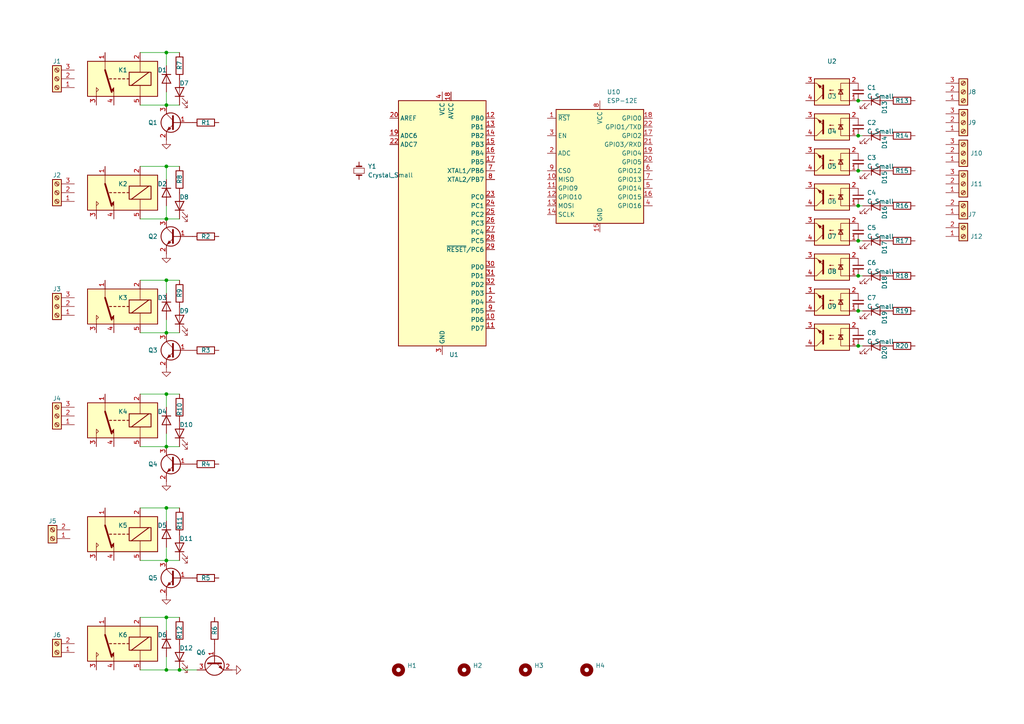
<source format=kicad_sch>
(kicad_sch (version 20211123) (generator eeschema)
  (paper "A4")
  (lib_symbols
    (symbol "Connector:Screw_Terminal_01x02" (pin_names (offset 1.016) hide)
      (property "Reference" "J" (at 0 2.54 0))
      (property "Value" "Screw_Terminal_01x02" (at 0 -5.08 0))
      (symbol "Screw_Terminal_01x02_1_1"
        (rectangle (start -1.27 1.27) (end 1.27 -3.81) (stroke (width 0.254)) (fill (type background)))
        (circle (center 0 -2.54) (radius 0.635) (stroke (width 0.1524)))
        (polyline (pts (xy -0.5334 -2.2098) (xy 0.3302 -3.048)) (stroke (width 0.1524)))
        (polyline (pts (xy -0.5334 0.3302) (xy 0.3302 -0.508)) (stroke (width 0.1524)))
        (polyline (pts (xy -0.3556 -2.032) (xy 0.508 -2.8702)) (stroke (width 0.1524)))
        (polyline (pts (xy -0.3556 0.508) (xy 0.508 -0.3302)) (stroke (width 0.1524)))
        (circle (center 0 0) (radius 0.635) (stroke (width 0.1524)))
        (pin passive line (at -5.08 0 0) (length 3.81) (name "Pin_1") (number "1"))
        (pin passive line (at -5.08 -2.54 0) (length 3.81) (name "Pin_2") (number "2"))
      )
    )
    (symbol "Connector:Screw_Terminal_01x03" (pin_names (offset 1.016) hide)
      (property "Reference" "J" (at 0 5.08 0))
      (property "Value" "Screw_Terminal_01x03" (at 0 -5.08 0))
      (symbol "Screw_Terminal_01x03_1_1"
        (rectangle (start -1.27 3.81) (end 1.27 -3.81) (stroke (width 0.254)) (fill (type background)))
        (circle (center 0 -2.54) (radius 0.635) (stroke (width 0.1524)))
        (polyline (pts (xy -0.5334 -2.2098) (xy 0.3302 -3.048)) (stroke (width 0.1524)))
        (polyline (pts (xy -0.5334 0.3302) (xy 0.3302 -0.508)) (stroke (width 0.1524)))
        (polyline (pts (xy -0.5334 2.8702) (xy 0.3302 2.032)) (stroke (width 0.1524)))
        (polyline (pts (xy -0.3556 -2.032) (xy 0.508 -2.8702)) (stroke (width 0.1524)))
        (polyline (pts (xy -0.3556 0.508) (xy 0.508 -0.3302)) (stroke (width 0.1524)))
        (polyline (pts (xy -0.3556 3.048) (xy 0.508 2.2098)) (stroke (width 0.1524)))
        (circle (center 0 0) (radius 0.635) (stroke (width 0.1524)))
        (circle (center 0 2.54) (radius 0.635) (stroke (width 0.1524)))
        (pin passive line (at -5.08 2.54 0) (length 3.81) (name "Pin_1") (number "1"))
        (pin passive line (at -5.08 0 0) (length 3.81) (name "Pin_2") (number "2"))
        (pin passive line (at -5.08 -2.54 0) (length 3.81) (name "Pin_3") (number "3"))
      )
    )
    (symbol "Device:C_Small" (pin_numbers hide) (pin_names (offset 0.254) hide)
      (property "Reference" "C" (at 0.254 1.778 0))
      (property "Value" "C_Small" (at 0.254 -2.032 0))
      (symbol "C_Small_0_1"
        (polyline (pts (xy -1.524 -0.508) (xy 1.524 -0.508)) (stroke (width 0.3302)))
        (polyline (pts (xy -1.524 0.508) (xy 1.524 0.508)) (stroke (width 0.3048)))
      )
      (symbol "C_Small_1_1"
        (pin passive line (at 0 2.54 270) (length 2.032) (name "~") (number "1"))
        (pin passive line (at 0 -2.54 90) (length 2.032) (name "~") (number "2"))
      )
    )
    (symbol "Device:Crystal_Small" (pin_numbers hide) (pin_names (offset 1.016) hide)
      (property "Reference" "Y" (at 0 2.54 0))
      (property "Value" "Crystal_Small" (at 0 -2.54 0))
      (symbol "Crystal_Small_0_1"
        (rectangle (start -0.762 -1.524) (end 0.762 1.524))
        (polyline (pts (xy -1.27 -0.762) (xy -1.27 0.762)) (stroke (width 0.381)))
        (polyline (pts (xy 1.27 -0.762) (xy 1.27 0.762)) (stroke (width 0.381)))
      )
      (symbol "Crystal_Small_1_1"
        (pin passive line (at -2.54 0 0) (length 1.27) (name "1") (number "1"))
        (pin passive line (at 2.54 0 180) (length 1.27) (name "2") (number "2"))
      )
    )
    (symbol "Device:LED" (pin_numbers hide) (pin_names (offset 1.016) hide)
      (property "Reference" "D" (at 0 2.54 0))
      (property "Value" "LED" (at 0 -2.54 0))
      (symbol "LED_0_1"
        (polyline (pts (xy -1.27 -1.27) (xy -1.27 1.27)) (stroke (width 0.254)))
        (polyline (pts (xy -1.27 0) (xy 1.27 0)))
        (polyline (pts (xy 1.27 -1.27) (xy 1.27 1.27) (xy -1.27 0) (xy 1.27 -1.27)) (stroke (width 0.254)))
        (polyline (pts (xy -3.048 -0.762) (xy -4.572 -2.286) (xy -3.81 -2.286) (xy -4.572 -2.286) (xy -4.572 -1.524)))
        (polyline (pts (xy -1.778 -0.762) (xy -3.302 -2.286) (xy -2.54 -2.286) (xy -3.302 -2.286) (xy -3.302 -1.524)))
      )
      (symbol "LED_1_1"
        (pin passive line (at -3.81 0 0) (length 2.54) (name "K") (number "1"))
        (pin passive line (at 3.81 0 180) (length 2.54) (name "A") (number "2"))
      )
    )
    (symbol "Device:R" (pin_numbers hide) (pin_names (offset 0))
      (property "Reference" "R" (at 2.032 0 90))
      (property "Value" "R" (at 0 0 90))
      (symbol "R_0_1"
        (rectangle (start -1.016 -2.54) (end 1.016 2.54) (stroke (width 0.254)))
      )
      (symbol "R_1_1"
        (pin passive line (at 0 3.81 270) (length 1.27) (name "~") (number "1"))
        (pin passive line (at 0 -3.81 90) (length 1.27) (name "~") (number "2"))
      )
    )
    (symbol "Diode:SM4007" (pin_numbers hide) (pin_names (offset 1.016) hide)
      (property "Reference" "D" (at 0 2.54 0))
      (property "Value" "SM4007" (at 0 -2.54 0))
      (symbol "SM4007_0_1"
        (polyline (pts (xy -1.27 1.27) (xy -1.27 -1.27)) (stroke (width 0.254)))
        (polyline (pts (xy 1.27 0) (xy -1.27 0)))
        (polyline (pts (xy 1.27 1.27) (xy 1.27 -1.27) (xy -1.27 0) (xy 1.27 1.27)) (stroke (width 0.254)))
      )
      (symbol "SM4007_1_1"
        (pin passive line (at -3.81 0 0) (length 2.54) (name "K") (number "1"))
        (pin passive line (at 3.81 0 180) (length 2.54) (name "A") (number "2"))
      )
    )
    (symbol "Isolator:LTV-817S" (pin_names (offset 1.016))
      (property "Reference" "U" (at -3.81 5.08 0))
      (property "Value" "LTV-817S" (at 0 -5.08 0))
      (symbol "LTV-817S_1_1"
        (rectangle (start -5.08 3.81) (end 5.08 -3.81) (stroke (width 0.254)) (fill (type background)))
        (polyline (pts (xy -3.175 -0.635) (xy -1.905 -0.635)) (stroke (width 0.254)))
        (polyline (pts (xy 2.54 0.635) (xy 4.445 2.54)))
        (polyline (pts (xy 4.445 -2.54) (xy 2.54 -0.635)) (fill (type outline)))
        (polyline (pts (xy 4.445 -2.54) (xy 5.08 -2.54)))
        (polyline (pts (xy 4.445 2.54) (xy 5.08 2.54)))
        (polyline (pts (xy -5.08 2.54) (xy -2.54 2.54) (xy -2.54 -0.762)))
        (polyline (pts (xy -2.54 -0.635) (xy -2.54 -2.54) (xy -5.08 -2.54)))
        (polyline (pts (xy 2.54 1.905) (xy 2.54 -1.905) (xy 2.54 -1.905)) (stroke (width 0.508)))
        (polyline (pts (xy -2.54 -0.635) (xy -3.175 0.635) (xy -1.905 0.635) (xy -2.54 -0.635)) (stroke (width 0.254)))
        (polyline (pts (xy -0.508 -0.508) (xy 0.762 -0.508) (xy 0.381 -0.635) (xy 0.381 -0.381) (xy 0.762 -0.508)))
        (polyline (pts (xy -0.508 0.508) (xy 0.762 0.508) (xy 0.381 0.381) (xy 0.381 0.635) (xy 0.762 0.508)))
        (polyline (pts (xy 3.048 -1.651) (xy 3.556 -1.143) (xy 4.064 -2.159) (xy 3.048 -1.651) (xy 3.048 -1.651)) (fill (type outline)))
        (pin passive line (at -7.62 2.54 0) (length 2.54) (name "~") (number "1"))
        (pin passive line (at -7.62 -2.54 0) (length 2.54) (name "~") (number "2"))
        (pin passive line (at 7.62 -2.54 180) (length 2.54) (name "~") (number "3"))
        (pin passive line (at 7.62 2.54 180) (length 2.54) (name "~") (number "4"))
      )
    )
    (symbol "MCU_Microchip_ATmega:ATmega328P-A"
      (property "Reference" "U" (at -12.7 36.83 0))
      (property "Value" "ATmega328P-A" (at 2.54 -36.83 0))
      (symbol "ATmega328P-A_0_1"
        (rectangle (start -12.7 -35.56) (end 12.7 35.56) (stroke (width 0.254)) (fill (type background)))
      )
      (symbol "ATmega328P-A_1_1"
        (pin bidirectional line (at 15.24 -20.32 180) (length 2.54) (name "PD3") (number "1"))
        (pin bidirectional line (at 15.24 -27.94 180) (length 2.54) (name "PD6") (number "10"))
        (pin bidirectional line (at 15.24 -30.48 180) (length 2.54) (name "PD7") (number "11"))
        (pin bidirectional line (at 15.24 30.48 180) (length 2.54) (name "PB0") (number "12"))
        (pin bidirectional line (at 15.24 27.94 180) (length 2.54) (name "PB1") (number "13"))
        (pin bidirectional line (at 15.24 25.4 180) (length 2.54) (name "PB2") (number "14"))
        (pin bidirectional line (at 15.24 22.86 180) (length 2.54) (name "PB3") (number "15"))
        (pin bidirectional line (at 15.24 20.32 180) (length 2.54) (name "PB4") (number "16"))
        (pin bidirectional line (at 15.24 17.78 180) (length 2.54) (name "PB5") (number "17"))
        (pin power_in line (at 2.54 38.1 270) (length 2.54) (name "AVCC") (number "18"))
        (pin input line (at -15.24 25.4 0) (length 2.54) (name "ADC6") (number "19"))
        (pin bidirectional line (at 15.24 -22.86 180) (length 2.54) (name "PD4") (number "2"))
        (pin passive line (at -15.24 30.48 0) (length 2.54) (name "AREF") (number "20"))
        (pin passive line (at 0 -38.1 90) (length 2.54) hide (name "GND") (number "21"))
        (pin input line (at -15.24 22.86 0) (length 2.54) (name "ADC7") (number "22"))
        (pin bidirectional line (at 15.24 7.62 180) (length 2.54) (name "PC0") (number "23"))
        (pin bidirectional line (at 15.24 5.08 180) (length 2.54) (name "PC1") (number "24"))
        (pin bidirectional line (at 15.24 2.54 180) (length 2.54) (name "PC2") (number "25"))
        (pin bidirectional line (at 15.24 0 180) (length 2.54) (name "PC3") (number "26"))
        (pin bidirectional line (at 15.24 -2.54 180) (length 2.54) (name "PC4") (number "27"))
        (pin bidirectional line (at 15.24 -5.08 180) (length 2.54) (name "PC5") (number "28"))
        (pin bidirectional line (at 15.24 -7.62 180) (length 2.54) (name "~{RESET}/PC6") (number "29"))
        (pin power_in line (at 0 -38.1 90) (length 2.54) (name "GND") (number "3"))
        (pin bidirectional line (at 15.24 -12.7 180) (length 2.54) (name "PD0") (number "30"))
        (pin bidirectional line (at 15.24 -15.24 180) (length 2.54) (name "PD1") (number "31"))
        (pin bidirectional line (at 15.24 -17.78 180) (length 2.54) (name "PD2") (number "32"))
        (pin power_in line (at 0 38.1 270) (length 2.54) (name "VCC") (number "4"))
        (pin passive line (at 0 -38.1 90) (length 2.54) hide (name "GND") (number "5"))
        (pin passive line (at 0 38.1 270) (length 2.54) hide (name "VCC") (number "6"))
        (pin bidirectional line (at 15.24 15.24 180) (length 2.54) (name "XTAL1/PB6") (number "7"))
        (pin bidirectional line (at 15.24 12.7 180) (length 2.54) (name "XTAL2/PB7") (number "8"))
        (pin bidirectional line (at 15.24 -25.4 180) (length 2.54) (name "PD5") (number "9"))
      )
    )
    (symbol "Mechanical:MountingHole" (pin_names (offset 1.016))
      (property "Reference" "H" (at 0 5.08 0))
      (property "Value" "MountingHole" (at 0 3.175 0))
      (symbol "MountingHole_0_1"
        (circle (center 0 0) (radius 1.27) (stroke (width 1.27)))
      )
    )
    (symbol "RF_Module:ESP-12E"
      (property "Reference" "U" (at -12.7 19.05 0))
      (property "Value" "ESP-12E" (at 12.7 19.05 0))
      (symbol "ESP-12E_0_1"
        (rectangle (start -12.7 17.78) (end 12.7 -15.24) (stroke (width 0.254)) (fill (type background)))
      )
      (symbol "ESP-12E_1_1"
        (pin input line (at -15.24 15.24 0) (length 2.54) (name "~{RST}") (number "1"))
        (pin bidirectional line (at -15.24 -2.54 0) (length 2.54) (name "MISO") (number "10"))
        (pin bidirectional line (at -15.24 -5.08 0) (length 2.54) (name "GPIO9") (number "11"))
        (pin bidirectional line (at -15.24 -7.62 0) (length 2.54) (name "GPIO10") (number "12"))
        (pin bidirectional line (at -15.24 -10.16 0) (length 2.54) (name "MOSI") (number "13"))
        (pin bidirectional line (at -15.24 -12.7 0) (length 2.54) (name "SCLK") (number "14"))
        (pin power_in line (at 0 -17.78 90) (length 2.54) (name "GND") (number "15"))
        (pin bidirectional line (at 15.24 -7.62 180) (length 2.54) (name "GPIO15") (number "16"))
        (pin bidirectional line (at 15.24 10.16 180) (length 2.54) (name "GPIO2") (number "17"))
        (pin bidirectional line (at 15.24 15.24 180) (length 2.54) (name "GPIO0") (number "18"))
        (pin bidirectional line (at 15.24 5.08 180) (length 2.54) (name "GPIO4") (number "19"))
        (pin input line (at -15.24 5.08 0) (length 2.54) (name "ADC") (number "2"))
        (pin bidirectional line (at 15.24 2.54 180) (length 2.54) (name "GPIO5") (number "20"))
        (pin bidirectional line (at 15.24 7.62 180) (length 2.54) (name "GPIO3/RXD") (number "21"))
        (pin bidirectional line (at 15.24 12.7 180) (length 2.54) (name "GPIO1/TXD") (number "22"))
        (pin input line (at -15.24 10.16 0) (length 2.54) (name "EN") (number "3"))
        (pin bidirectional line (at 15.24 -10.16 180) (length 2.54) (name "GPIO16") (number "4"))
        (pin bidirectional line (at 15.24 -5.08 180) (length 2.54) (name "GPIO14") (number "5"))
        (pin bidirectional line (at 15.24 0 180) (length 2.54) (name "GPIO12") (number "6"))
        (pin bidirectional line (at 15.24 -2.54 180) (length 2.54) (name "GPIO13") (number "7"))
        (pin power_in line (at 0 20.32 270) (length 2.54) (name "VCC") (number "8"))
        (pin input line (at -15.24 0 0) (length 2.54) (name "CS0") (number "9"))
      )
    )
    (symbol "Relay:SANYOU_SRD_Form_C"
      (property "Reference" "K" (at 11.43 3.81 0))
      (property "Value" "SANYOU_SRD_Form_C" (at 11.43 1.27 0))
      (symbol "SANYOU_SRD_Form_C_0_0"
        (polyline (pts (xy 7.62 5.08) (xy 7.62 2.54) (xy 6.985 3.175) (xy 7.62 3.81)))
      )
      (symbol "SANYOU_SRD_Form_C_0_1"
        (rectangle (start -10.16 5.08) (end 10.16 -5.08) (stroke (width 0.254)) (fill (type background)))
        (rectangle (start -8.255 1.905) (end -1.905 -1.905) (stroke (width 0.254)))
        (polyline (pts (xy -7.62 -1.905) (xy -2.54 1.905)) (stroke (width 0.254)))
        (polyline (pts (xy -5.08 -5.08) (xy -5.08 -1.905)))
        (polyline (pts (xy -5.08 5.08) (xy -5.08 1.905)))
        (polyline (pts (xy -1.905 0) (xy -1.27 0)) (stroke (width 0.254)))
        (polyline (pts (xy -0.635 0) (xy 0 0)) (stroke (width 0.254)))
        (polyline (pts (xy 0.635 0) (xy 1.27 0)) (stroke (width 0.254)))
        (polyline (pts (xy 1.905 0) (xy 2.54 0)) (stroke (width 0.254)))
        (polyline (pts (xy 3.175 0) (xy 3.81 0)) (stroke (width 0.254)))
        (polyline (pts (xy 5.08 -2.54) (xy 3.175 3.81)) (stroke (width 0.508)))
        (polyline (pts (xy 5.08 -2.54) (xy 5.08 -5.08)))
      )
      (symbol "SANYOU_SRD_Form_C_1_1"
        (polyline (pts (xy 2.54 3.81) (xy 3.175 3.175) (xy 2.54 2.54) (xy 2.54 5.08)) (fill (type outline)))
        (pin passive line (at 5.08 -7.62 90) (length 2.54) (name "~") (number "1"))
        (pin passive line (at -5.08 -7.62 90) (length 2.54) (name "~") (number "2"))
        (pin passive line (at 7.62 7.62 270) (length 2.54) (name "~") (number "3"))
        (pin passive line (at 2.54 7.62 270) (length 2.54) (name "~") (number "4"))
        (pin passive line (at -5.08 7.62 270) (length 2.54) (name "~") (number "5"))
      )
    )
    (symbol "Transistor_BJT:MMBT3904" (pin_names (offset 0) hide)
      (property "Reference" "Q" (at 5.08 1.905 0))
      (property "Value" "MMBT3904" (at 5.08 0 0))
      (symbol "MMBT3904_0_1"
        (polyline (pts (xy 0.635 0.635) (xy 2.54 2.54)))
        (polyline (pts (xy 0.635 -0.635) (xy 2.54 -2.54) (xy 2.54 -2.54)))
        (polyline (pts (xy 0.635 1.905) (xy 0.635 -1.905) (xy 0.635 -1.905)) (stroke (width 0.508)))
        (polyline (pts (xy 1.27 -1.778) (xy 1.778 -1.27) (xy 2.286 -2.286) (xy 1.27 -1.778) (xy 1.27 -1.778)) (fill (type outline)))
        (circle (center 1.27 0) (radius 2.8194) (stroke (width 0.254)))
      )
      (symbol "MMBT3904_1_1"
        (pin input line (at -5.08 0 0) (length 5.715) (name "B") (number "1"))
        (pin passive line (at 2.54 -5.08 90) (length 2.54) (name "E") (number "2"))
        (pin passive line (at 2.54 5.08 270) (length 2.54) (name "C") (number "3"))
      )
    )
    (symbol "power:GND" (power) (pin_names (offset 0))
      (property "Value" "GND" (at 0 -3.81 0))
      (symbol "GND_0_1"
        (polyline (pts (xy 0 0) (xy 0 -1.27) (xy 1.27 -1.27) (xy 0 -2.54) (xy -1.27 -1.27) (xy 0 -1.27)))
      )
      (symbol "GND_1_1"
        (pin power_in line (at 0 0 270) (length 0) hide (name "GND") (number "1"))
      )
    )
  )
  (junction (at 48.26 48.26))
  (junction (at 52.07 194.31))
  (junction (at 48.26 96.52))
  (junction (at 248.92 100.33))
  (junction (at 48.26 81.28))
  (junction (at 248.92 59.69))
  (junction (at 248.92 80.01))
  (junction (at 248.92 90.17))
  (junction (at 48.26 179.07))
  (junction (at 48.26 114.3))
  (junction (at 48.26 15.24))
  (junction (at 248.92 69.85))
  (junction (at 48.26 63.5))
  (junction (at 48.26 147.32))
  (junction (at 48.26 194.31))
  (junction (at 248.92 49.53))
  (junction (at 48.26 129.54))
  (junction (at 48.26 30.48))
  (junction (at 48.26 162.56))
  (junction (at 248.92 39.37))
  (junction (at 248.92 29.21))
  (wire (pts (xy 48.26 81.28) (xy 48.26 85.09)))
  (wire (pts (xy 48.26 162.56) (xy 52.07 162.56)))
  (wire (pts (xy 48.26 125.73) (xy 48.26 129.54)))
  (wire (pts (xy 48.26 15.24) (xy 48.26 19.05)))
  (wire (pts (xy 248.92 69.85) (xy 250.19 69.85)))
  (wire (pts (xy 40.64 179.07) (xy 48.26 179.07)))
  (wire (pts (xy 40.64 147.32) (xy 48.26 147.32)))
  (wire (pts (xy 48.26 147.32) (xy 52.07 147.32)))
  (wire (pts (xy 248.92 80.01) (xy 250.19 80.01)))
  (wire (pts (xy 48.26 179.07) (xy 52.07 179.07)))
  (wire (pts (xy 48.26 15.24) (xy 52.07 15.24)))
  (wire (pts (xy 40.64 194.31) (xy 48.26 194.31)))
  (wire (pts (xy 40.64 129.54) (xy 48.26 129.54)))
  (wire (pts (xy 48.26 59.69) (xy 48.26 63.5)))
  (wire (pts (xy 48.26 81.28) (xy 52.07 81.28)))
  (wire (pts (xy 48.26 179.07) (xy 48.26 182.88)))
  (wire (pts (xy 40.64 96.52) (xy 48.26 96.52)))
  (wire (pts (xy 48.26 30.48) (xy 52.07 30.48)))
  (wire (pts (xy 248.92 29.21) (xy 250.19 29.21)))
  (wire (pts (xy 52.07 194.31) (xy 57.15 194.31)))
  (wire (pts (xy 48.26 48.26) (xy 48.26 52.07)))
  (wire (pts (xy 40.64 15.24) (xy 48.26 15.24)))
  (wire (pts (xy 48.26 194.31) (xy 52.07 194.31)))
  (wire (pts (xy 48.26 96.52) (xy 52.07 96.52)))
  (wire (pts (xy 48.26 92.71) (xy 48.26 96.52)))
  (wire (pts (xy 40.64 114.3) (xy 48.26 114.3)))
  (wire (pts (xy 48.26 114.3) (xy 52.07 114.3)))
  (wire (pts (xy 248.92 100.33) (xy 250.19 100.33)))
  (wire (pts (xy 48.26 26.67) (xy 48.26 30.48)))
  (wire (pts (xy 40.64 63.5) (xy 48.26 63.5)))
  (wire (pts (xy 248.92 59.69) (xy 250.19 59.69)))
  (wire (pts (xy 248.92 90.17) (xy 250.19 90.17)))
  (wire (pts (xy 40.64 30.48) (xy 48.26 30.48)))
  (wire (pts (xy 248.92 49.53) (xy 250.19 49.53)))
  (wire (pts (xy 48.26 147.32) (xy 48.26 151.13)))
  (wire (pts (xy 48.26 48.26) (xy 52.07 48.26)))
  (wire (pts (xy 48.26 114.3) (xy 48.26 118.11)))
  (wire (pts (xy 40.64 48.26) (xy 48.26 48.26)))
  (wire (pts (xy 48.26 63.5) (xy 52.07 63.5)))
  (wire (pts (xy 48.26 129.54) (xy 52.07 129.54)))
  (wire (pts (xy 40.64 81.28) (xy 48.26 81.28)))
  (wire (pts (xy 248.92 39.37) (xy 250.19 39.37)))
  (wire (pts (xy 40.64 162.56) (xy 48.26 162.56)))
  (wire (pts (xy 48.26 158.75) (xy 48.26 162.56)))
  (wire (pts (xy 48.26 194.31) (xy 48.26 190.5)))
  (symbol (lib_id "Device:R") (at 52.07 52.07 180) (unit 1)
    (property "Reference" "R8" (at 52.07 53.34 90) (effects (justify right)))
    (property "Value" "R" (effects hide))
    (property "Footprint" "Resistor_SMD:R_0805_2012Metric" (effects hide))
  )
  (symbol (lib_id "Device:C_Small") (at 248.92 57.15 0) (unit 1)
    (property "Reference" "C4" (at 251.46 55.8862 0) (effects (justify left)))
    (property "Value" "C_Small" (at 251.46 58.4262 0) (effects (justify left)))
    (property "Footprint" "Capacitor_SMD:C_0805_2012Metric" (effects hide))
  )
  (symbol (lib_id "Connector:Screw_Terminal_01x02") (at 16.51 189.23 180) (unit 1)
    (property "Reference" "J6" (at 16.51 184.15 0))
    (property "Value" "Screw_Terminal_01x02" (effects hide))
    (property "Footprint" "TerminalBlock_Phoenix:TerminalBlock_Phoenix_MKDS-1,5-2_1x02_P5.00mm_Horizontal" (effects hide))
  )
  (symbol (lib_id "Device:R") (at 261.62 29.21 90) (unit 1)
    (property "Reference" "R13" (at 261.62 29.21 90))
    (property "Value" "R" (effects hide))
    (property "Footprint" "Resistor_SMD:R_0805_2012Metric" (effects hide))
  )
  (symbol (lib_id "Device:LED") (at 52.07 125.73 90) (unit 1)
    (property "Reference" "D10" (at 52.07 123.19 90) (effects (justify right)))
    (property "Value" "LED" (effects hide))
    (property "Footprint" "LED_SMD:LED_0805_2012Metric" (effects hide))
  )
  (symbol (lib_id "Relay:SANYOU_SRD_Form_C") (at 35.56 88.9 180) (unit 1)
    (property "Reference" "K3" (at 34.29 86.36 0) (effects (justify right)))
    (property "Value" "SANYOU_SRD_Form_C" (effects hide))
    (property "Footprint" "Relay_THT:Relay_SPDT_SANYOU_SRD_Series_Form_C" (effects hide))
    (property "Datasheet" "http://www.sanyourelay.ca/public/products/pdf/SRD.pdf" (effects hide))
  )
  (symbol (lib_id "Device:LED") (at 52.07 158.75 90) (unit 1)
    (property "Reference" "D11" (at 52.07 156.21 90) (effects (justify right)))
    (property "Value" "LED" (effects hide))
    (property "Footprint" "LED_SMD:LED_0805_2012Metric" (effects hide))
  )
  (symbol (lib_id "Connector:Screw_Terminal_01x02") (at 15.24 156.21 180) (unit 1)
    (property "Reference" "J5" (at 15.24 151.13 0))
    (property "Value" "Screw_Terminal_01x02" (effects hide))
    (property "Footprint" "TerminalBlock_Phoenix:TerminalBlock_Phoenix_MKDS-1,5-2_1x02_P5.00mm_Horizontal" (effects hide))
  )
  (symbol (lib_id "Relay:SANYOU_SRD_Form_C") (at 35.56 154.94 180) (unit 1)
    (property "Reference" "K5" (at 34.29 152.4 0) (effects (justify right)))
    (property "Value" "SANYOU_SRD_Form_C" (effects hide))
    (property "Footprint" "Relay_THT:Relay_SPDT_SANYOU_SRD_Series_Form_C" (effects hide))
    (property "Datasheet" "http://www.sanyourelay.ca/public/products/pdf/SRD.pdf" (effects hide))
  )
  (symbol (lib_id "power:GND") (at 48.26 106.68 0) (unit 1)
    (property "Reference" "#PWR0101" (effects hide))
    (property "Value" "GND" (effects hide))
  )
  (symbol (lib_id "Device:LED") (at 254 39.37 0) (unit 1)
    (property "Reference" "D14" (at 256.54 39.37 90) (effects (justify right)))
    (property "Value" "LED" (effects hide))
    (property "Footprint" "LED_SMD:LED_0805_2012Metric" (effects hide))
  )
  (symbol (lib_id "Device:C_Small") (at 248.92 77.47 0) (unit 1)
    (property "Reference" "C6" (at 251.46 76.2062 0) (effects (justify left)))
    (property "Value" "C_Small" (at 251.46 78.7462 0) (effects (justify left)))
    (property "Footprint" "Capacitor_SMD:C_0805_2012Metric" (effects hide))
  )
  (symbol (lib_id "Isolator:LTV-817S") (at 241.3 57.15 180) (unit 1)
    (property "Reference" "U5" (at 241.3 48.26 0))
    (property "Value" "LTV-817S" (effects hide))
    (property "Footprint" "Package_DIP:SMDIP-4_W9.53mm" (effects hide))
    (property "Datasheet" "http://www.us.liteon.com/downloads/LTV-817-827-847.PDF" (effects hide))
  )
  (symbol (lib_id "Device:LED") (at 254 69.85 0) (unit 1)
    (property "Reference" "D17" (at 256.54 69.85 90) (effects (justify right)))
    (property "Value" "LED" (effects hide))
    (property "Footprint" "LED_SMD:LED_0805_2012Metric" (effects hide))
  )
  (symbol (lib_id "Device:LED") (at 254 59.69 0) (unit 1)
    (property "Reference" "D16" (at 256.54 59.69 90) (effects (justify right)))
    (property "Value" "LED" (effects hide))
    (property "Footprint" "LED_SMD:LED_0805_2012Metric" (effects hide))
  )
  (symbol (lib_id "Device:R") (at 261.62 69.85 90) (unit 1)
    (property "Reference" "R17" (at 261.62 69.85 90))
    (property "Value" "R" (effects hide))
    (property "Footprint" "Resistor_SMD:R_0805_2012Metric" (effects hide))
  )
  (symbol (lib_id "Device:R") (at 261.62 59.69 90) (unit 1)
    (property "Reference" "R16" (at 261.62 59.69 90))
    (property "Value" "R" (effects hide))
    (property "Footprint" "Resistor_SMD:R_0805_2012Metric" (effects hide))
  )
  (symbol (lib_id "Relay:SANYOU_SRD_Form_C") (at 35.56 22.86 180) (unit 1)
    (property "Reference" "K1" (at 34.29 20.32 0) (effects (justify right)))
    (property "Value" "SANYOU_SRD_Form_C" (effects hide))
    (property "Footprint" "Relay_THT:Relay_SPDT_SANYOU_SRD_Series_Form_C" (effects hide))
    (property "Datasheet" "http://www.sanyourelay.ca/public/products/pdf/SRD.pdf" (effects hide))
  )
  (symbol (lib_id "Isolator:LTV-817S") (at 241.3 36.83 180) (unit 1)
    (property "Reference" "U3" (at 241.3 27.94 0))
    (property "Value" "LTV-817S" (effects hide))
    (property "Footprint" "Package_DIP:SMDIP-4_W9.53mm" (effects hide))
    (property "Datasheet" "http://www.us.liteon.com/downloads/LTV-817-827-847.PDF" (effects hide))
  )
  (symbol (lib_id "Connector:Screw_Terminal_01x02") (at 279.4 62.23 0) (mirror x) (unit 1)
    (property "Reference" "J7" (at 281.94 62.23 0))
    (property "Value" "Screw_Terminal_01x02" (effects hide))
    (property "Footprint" "TerminalBlock_Phoenix:TerminalBlock_Phoenix_MKDS-1,5-2_1x02_P5.00mm_Horizontal" (effects hide))
  )
  (symbol (lib_id "Diode:SM4007") (at 48.26 22.86 270) (unit 1)
    (property "Reference" "D1" (at 45.72 20.32 90) (effects (justify left)))
    (property "Value" "SM4007" (effects hide))
    (property "Footprint" "Diode_SMD:D_MELF" (effects hide))
    (property "Datasheet" "http://cdn-reichelt.de/documents/datenblatt/A400/SMD1N400%23DIO.pdf" (effects hide))
  )
  (symbol (lib_id "Isolator:LTV-817S") (at 241.3 77.47 180) (unit 1)
    (property "Reference" "U7" (at 241.3 68.58 0))
    (property "Value" "LTV-817S" (effects hide))
    (property "Footprint" "Package_DIP:SMDIP-4_W9.53mm" (effects hide))
    (property "Datasheet" "http://www.us.liteon.com/downloads/LTV-817-827-847.PDF" (effects hide))
  )
  (symbol (lib_id "Device:C_Small") (at 248.92 87.63 0) (unit 1)
    (property "Reference" "C7" (at 251.46 86.3662 0) (effects (justify left)))
    (property "Value" "C_Small" (at 251.46 88.9062 0) (effects (justify left)))
    (property "Footprint" "Capacitor_SMD:C_0805_2012Metric" (effects hide))
  )
  (symbol (lib_id "Device:R") (at 59.69 35.56 90) (unit 1)
    (property "Reference" "R1" (at 59.69 35.56 90))
    (property "Value" "R" (effects hide))
    (property "Footprint" "Resistor_SMD:R_0805_2012Metric" (effects hide))
  )
  (symbol (lib_id "Device:C_Small") (at 248.92 46.99 0) (unit 1)
    (property "Reference" "C3" (at 251.46 45.7262 0) (effects (justify left)))
    (property "Value" "C_Small" (at 251.46 48.2662 0) (effects (justify left)))
    (property "Footprint" "Capacitor_SMD:C_0805_2012Metric" (effects hide))
  )
  (symbol (lib_id "RF_Module:ESP-12E") (at 173.99 49.53 0) (unit 1)
    (property "Reference" "U10" (at 176.0094 26.67 0) (effects (justify left)))
    (property "Value" "ESP-12E" (at 176.0094 29.21 0) (effects (justify left)))
    (property "Footprint" "RF_Module:ESP-12E" (effects hide))
    (property "Datasheet" "http://wiki.ai-thinker.com/_media/esp8266/esp8266_series_modules_user_manual_v1.1.pdf" (effects hide))
  )
  (symbol (lib_id "Device:LED") (at 254 29.21 0) (unit 1)
    (property "Reference" "D13" (at 256.54 29.21 90) (effects (justify right)))
    (property "Value" "LED" (effects hide))
    (property "Footprint" "LED_SMD:LED_0805_2012Metric" (effects hide))
  )
  (symbol (lib_id "Transistor_BJT:MMBT3904") (at 50.8 167.64 0) (mirror y) (unit 1)
    (property "Reference" "Q5" (at 45.72 167.64 0) (effects (justify left)))
    (property "Value" "MMBT3904" (effects hide))
    (property "Footprint" "Package_TO_SOT_SMD:SOT-23" (effects hide))
    (property "Datasheet" "https://www.onsemi.com/pub/Collateral/2N3903-D.PDF" (effects hide))
  )
  (symbol (lib_id "power:GND") (at 67.31 194.31 90) (unit 1)
    (property "Reference" "#PWR0104" (effects hide))
    (property "Value" "GND" (effects hide))
  )
  (symbol (lib_id "Device:R") (at 52.07 19.05 180) (unit 1)
    (property "Reference" "R7" (at 52.07 20.32 90) (effects (justify right)))
    (property "Value" "R" (effects hide))
    (property "Footprint" "Resistor_SMD:R_0805_2012Metric" (effects hide))
  )
  (symbol (lib_id "power:GND") (at 48.26 172.72 0) (unit 1)
    (property "Reference" "#PWR0103" (effects hide))
    (property "Value" "GND" (effects hide))
  )
  (symbol (lib_id "Device:R") (at 59.69 101.6 90) (unit 1)
    (property "Reference" "R3" (at 59.69 101.6 90))
    (property "Value" "R" (effects hide))
    (property "Footprint" "Resistor_SMD:R_0805_2012Metric" (effects hide))
  )
  (symbol (lib_id "Device:R") (at 62.23 182.88 180) (unit 1)
    (property "Reference" "R6" (at 62.23 182.88 90))
    (property "Value" "R" (effects hide))
    (property "Footprint" "Resistor_SMD:R_0805_2012Metric" (effects hide))
  )
  (symbol (lib_id "Device:LED") (at 52.07 190.5 90) (unit 1)
    (property "Reference" "D12" (at 52.07 187.96 90) (effects (justify right)))
    (property "Value" "LED" (effects hide))
    (property "Footprint" "LED_SMD:LED_0805_2012Metric" (effects hide))
  )
  (symbol (lib_id "power:GND") (at 48.26 139.7 0) (unit 1)
    (property "Reference" "#PWR0102" (effects hide))
    (property "Value" "GND" (effects hide))
  )
  (symbol (lib_id "Device:C_Small") (at 248.92 36.83 0) (unit 1)
    (property "Reference" "C2" (at 251.46 35.5662 0) (effects (justify left)))
    (property "Value" "C_Small" (at 251.46 38.1062 0) (effects (justify left)))
    (property "Footprint" "Capacitor_SMD:C_0805_2012Metric" (effects hide))
  )
  (symbol (lib_id "Connector:Screw_Terminal_01x03") (at 279.4 53.34 0) (mirror x) (unit 1)
    (property "Reference" "J11" (at 283.21 53.34 0))
    (property "Value" "Screw_Terminal_01x03" (effects hide))
    (property "Footprint" "TerminalBlock_Phoenix:TerminalBlock_Phoenix_MKDS-1,5-3-5.08_1x03_P5.08mm_Horizontal" (effects hide))
  )
  (symbol (lib_id "Diode:SM4007") (at 48.26 88.9 270) (unit 1)
    (property "Reference" "D3" (at 45.72 86.36 90) (effects (justify left)))
    (property "Value" "SM4007" (effects hide))
    (property "Footprint" "Diode_SMD:D_MELF" (effects hide))
    (property "Datasheet" "http://cdn-reichelt.de/documents/datenblatt/A400/SMD1N400%23DIO.pdf" (effects hide))
  )
  (symbol (lib_id "Diode:SM4007") (at 48.26 55.88 270) (unit 1)
    (property "Reference" "D2" (at 45.72 53.34 90) (effects (justify left)))
    (property "Value" "SM4007" (effects hide))
    (property "Footprint" "Diode_SMD:D_MELF" (effects hide))
    (property "Datasheet" "http://cdn-reichelt.de/documents/datenblatt/A400/SMD1N400%23DIO.pdf" (effects hide))
  )
  (symbol (lib_id "Mechanical:MountingHole") (at 170.18 194.31 0) (unit 1)
    (property "Reference" "H4" (at 172.72 193.0399 0) (effects (justify left)))
    (property "Value" "MountingHole" (effects hide))
    (property "Footprint" "MountingHole:MountingHole_3.2mm_M3" (effects hide))
  )
  (symbol (lib_id "Device:LED") (at 254 49.53 0) (unit 1)
    (property "Reference" "D15" (at 256.54 49.53 90) (effects (justify right)))
    (property "Value" "LED" (effects hide))
    (property "Footprint" "LED_SMD:LED_0805_2012Metric" (effects hide))
  )
  (symbol (lib_id "Device:R") (at 261.62 90.17 90) (unit 1)
    (property "Reference" "R19" (at 261.62 90.17 90))
    (property "Value" "R" (effects hide))
    (property "Footprint" "Resistor_SMD:R_0805_2012Metric" (effects hide))
  )
  (symbol (lib_id "Transistor_BJT:MMBT3904") (at 50.8 134.62 0) (mirror y) (unit 1)
    (property "Reference" "Q4" (at 45.72 134.62 0) (effects (justify left)))
    (property "Value" "MMBT3904" (effects hide))
    (property "Footprint" "Package_TO_SOT_SMD:SOT-23" (effects hide))
    (property "Datasheet" "https://www.onsemi.com/pub/Collateral/2N3903-D.PDF" (effects hide))
  )
  (symbol (lib_id "Device:R") (at 52.07 85.09 180) (unit 1)
    (property "Reference" "R9" (at 52.07 86.36 90) (effects (justify right)))
    (property "Value" "R" (effects hide))
    (property "Footprint" "Resistor_SMD:R_0805_2012Metric" (effects hide))
  )
  (symbol (lib_id "Device:R") (at 59.69 134.62 90) (unit 1)
    (property "Reference" "R4" (at 59.69 134.62 90))
    (property "Value" "R" (effects hide))
    (property "Footprint" "Resistor_SMD:R_0805_2012Metric" (effects hide))
  )
  (symbol (lib_id "Diode:SM4007") (at 48.26 186.69 270) (unit 1)
    (property "Reference" "D6" (at 45.72 184.15 90) (effects (justify left)))
    (property "Value" "SM4007" (effects hide))
    (property "Footprint" "Diode_SMD:D_MELF" (effects hide))
    (property "Datasheet" "http://cdn-reichelt.de/documents/datenblatt/A400/SMD1N400%23DIO.pdf" (effects hide))
  )
  (symbol (lib_id "Isolator:LTV-817S") (at 241.3 67.31 180) (unit 1)
    (property "Reference" "U6" (at 241.3 58.42 0))
    (property "Value" "LTV-817S" (effects hide))
    (property "Footprint" "Package_DIP:SMDIP-4_W9.53mm" (effects hide))
    (property "Datasheet" "http://www.us.liteon.com/downloads/LTV-817-827-847.PDF" (effects hide))
  )
  (symbol (lib_id "Connector:Screw_Terminal_01x03") (at 279.4 26.67 0) (mirror x) (unit 1)
    (property "Reference" "J8" (at 281.94 26.67 0))
    (property "Value" "Screw_Terminal_01x03" (effects hide))
    (property "Footprint" "TerminalBlock_Phoenix:TerminalBlock_Phoenix_MKDS-1,5-3-5.08_1x03_P5.08mm_Horizontal" (effects hide))
  )
  (symbol (lib_id "Connector:Screw_Terminal_01x03") (at 16.51 55.88 180) (unit 1)
    (property "Reference" "J2" (at 16.51 50.8 0))
    (property "Value" "Screw_Terminal_01x03" (effects hide))
    (property "Footprint" "TerminalBlock_Phoenix:TerminalBlock_Phoenix_MKDS-1,5-3-5.08_1x03_P5.08mm_Horizontal" (effects hide))
  )
  (symbol (lib_id "Mechanical:MountingHole") (at 152.4 194.31 0) (unit 1)
    (property "Reference" "H3" (at 154.94 193.0399 0) (effects (justify left)))
    (property "Value" "MountingHole" (effects hide))
    (property "Footprint" "MountingHole:MountingHole_3.2mm_M3" (effects hide))
  )
  (symbol (lib_id "Mechanical:MountingHole") (at 115.57 194.31 0) (unit 1)
    (property "Reference" "H1" (at 118.11 193.0399 0) (effects (justify left)))
    (property "Value" "MountingHole" (effects hide))
    (property "Footprint" "MountingHole:MountingHole_3.2mm_M3" (effects hide))
  )
  (symbol (lib_id "power:GND") (at 48.26 40.64 0) (unit 1)
    (property "Reference" "#PWR0105" (effects hide))
    (property "Value" "GND" (effects hide))
  )
  (symbol (lib_id "Device:R") (at 52.07 151.13 180) (unit 1)
    (property "Reference" "R11" (at 52.07 153.67 90) (effects (justify right)))
    (property "Value" "R" (effects hide))
    (property "Footprint" "Resistor_SMD:R_0805_2012Metric" (effects hide))
  )
  (symbol (lib_id "Device:LED") (at 52.07 92.71 90) (unit 1)
    (property "Reference" "D9" (at 52.07 90.17 90) (effects (justify right)))
    (property "Value" "LED" (effects hide))
    (property "Footprint" "LED_SMD:LED_0805_2012Metric" (effects hide))
  )
  (symbol (lib_id "Isolator:LTV-817S") (at 241.3 46.99 180) (unit 1)
    (property "Reference" "U4" (at 241.3 38.1 0))
    (property "Value" "LTV-817S" (effects hide))
    (property "Footprint" "Package_DIP:SMDIP-4_W9.53mm" (effects hide))
    (property "Datasheet" "http://www.us.liteon.com/downloads/LTV-817-827-847.PDF" (effects hide))
  )
  (symbol (lib_id "Isolator:LTV-817S") (at 241.3 87.63 180) (unit 1)
    (property "Reference" "U8" (at 241.3 78.74 0))
    (property "Value" "LTV-817S" (effects hide))
    (property "Footprint" "Package_DIP:SMDIP-4_W9.53mm" (effects hide))
    (property "Datasheet" "http://www.us.liteon.com/downloads/LTV-817-827-847.PDF" (effects hide))
  )
  (symbol (lib_id "Device:R") (at 59.69 68.58 90) (unit 1)
    (property "Reference" "R2" (at 59.69 68.58 90))
    (property "Value" "R" (effects hide))
    (property "Footprint" "Resistor_SMD:R_0805_2012Metric" (effects hide))
  )
  (symbol (lib_id "Diode:SM4007") (at 48.26 121.92 270) (unit 1)
    (property "Reference" "D4" (at 45.72 119.38 90) (effects (justify left)))
    (property "Value" "SM4007" (effects hide))
    (property "Footprint" "Diode_SMD:D_MELF" (effects hide))
    (property "Datasheet" "http://cdn-reichelt.de/documents/datenblatt/A400/SMD1N400%23DIO.pdf" (effects hide))
  )
  (symbol (lib_id "Device:LED") (at 254 100.33 0) (unit 1)
    (property "Reference" "D20" (at 256.54 100.33 90) (effects (justify right)))
    (property "Value" "LED" (effects hide))
    (property "Footprint" "LED_SMD:LED_0805_2012Metric" (effects hide))
  )
  (symbol (lib_id "Connector:Screw_Terminal_01x03") (at 279.4 35.56 0) (mirror x) (unit 1)
    (property "Reference" "J9" (at 281.94 35.56 0))
    (property "Value" "Screw_Terminal_01x03" (effects hide))
    (property "Footprint" "TerminalBlock_Phoenix:TerminalBlock_Phoenix_MKDS-1,5-3-5.08_1x03_P5.08mm_Horizontal" (effects hide))
  )
  (symbol (lib_id "Transistor_BJT:MMBT3904") (at 50.8 101.6 0) (mirror y) (unit 1)
    (property "Reference" "Q3" (at 45.72 101.6 0) (effects (justify left)))
    (property "Value" "MMBT3904" (effects hide))
    (property "Footprint" "Package_TO_SOT_SMD:SOT-23" (effects hide))
    (property "Datasheet" "https://www.onsemi.com/pub/Collateral/2N3903-D.PDF" (effects hide))
  )
  (symbol (lib_id "Device:LED") (at 52.07 26.67 90) (unit 1)
    (property "Reference" "D7" (at 52.07 24.13 90) (effects (justify right)))
    (property "Value" "LED" (effects hide))
    (property "Footprint" "LED_SMD:LED_0805_2012Metric" (effects hide))
  )
  (symbol (lib_id "Transistor_BJT:MMBT3904") (at 62.23 191.77 90) (mirror x) (unit 1)
    (property "Reference" "Q6" (at 59.69 189.23 90) (effects (justify left)))
    (property "Value" "MMBT3904" (effects hide))
    (property "Footprint" "Package_TO_SOT_SMD:SOT-23" (effects hide))
    (property "Datasheet" "https://www.onsemi.com/pub/Collateral/2N3903-D.PDF" (effects hide))
  )
  (symbol (lib_id "Connector:Screw_Terminal_01x03") (at 16.51 88.9 180) (unit 1)
    (property "Reference" "J3" (at 16.51 83.82 0))
    (property "Value" "Screw_Terminal_01x03" (effects hide))
    (property "Footprint" "TerminalBlock_Phoenix:TerminalBlock_Phoenix_MKDS-1,5-3-5.08_1x03_P5.08mm_Horizontal" (effects hide))
  )
  (symbol (lib_id "Relay:SANYOU_SRD_Form_C") (at 35.56 186.69 180) (unit 1)
    (property "Reference" "K6" (at 34.29 184.15 0) (effects (justify right)))
    (property "Value" "SANYOU_SRD_Form_C" (effects hide))
    (property "Footprint" "Relay_THT:Relay_SPDT_SANYOU_SRD_Series_Form_C" (effects hide))
    (property "Datasheet" "http://www.sanyourelay.ca/public/products/pdf/SRD.pdf" (effects hide))
  )
  (symbol (lib_id "Device:R") (at 261.62 80.01 90) (unit 1)
    (property "Reference" "R18" (at 261.62 80.01 90))
    (property "Value" "R" (effects hide))
    (property "Footprint" "Resistor_SMD:R_0805_2012Metric" (effects hide))
  )
  (symbol (lib_id "Mechanical:MountingHole") (at 134.62 194.31 0) (unit 1)
    (property "Reference" "H2" (at 137.16 193.0399 0) (effects (justify left)))
    (property "Value" "MountingHole" (effects hide))
    (property "Footprint" "MountingHole:MountingHole_3.2mm_M3" (effects hide))
  )
  (symbol (lib_id "Device:Crystal_Small") (at 104.14 49.53 90) (unit 1)
    (property "Reference" "Y1" (at 106.68 48.2599 90) (effects (justify right)))
    (property "Value" "Crystal_Small" (at 106.68 50.7999 90) (effects (justify right)))
    (property "Footprint" "Crystal:Crystal_SMD_HC49-SD" (effects hide))
  )
  (symbol (lib_id "Device:R") (at 52.07 118.11 180) (unit 1)
    (property "Reference" "R10" (at 52.07 120.65 90) (effects (justify right)))
    (property "Value" "R" (effects hide))
    (property "Footprint" "Resistor_SMD:R_0805_2012Metric" (effects hide))
  )
  (symbol (lib_id "Connector:Screw_Terminal_01x03") (at 16.51 120.65 180) (unit 1)
    (property "Reference" "J4" (at 16.51 115.57 0))
    (property "Value" "Screw_Terminal_01x03" (effects hide))
    (property "Footprint" "TerminalBlock_Phoenix:TerminalBlock_Phoenix_MKDS-1,5-3-5.08_1x03_P5.08mm_Horizontal" (effects hide))
  )
  (symbol (lib_id "Isolator:LTV-817S") (at 241.3 26.67 180) (unit 1)
    (property "Reference" "U2" (at 241.3 17.78 0))
    (property "Value" "LTV-817S" (effects hide))
    (property "Footprint" "Package_DIP:SMDIP-4_W9.53mm" (effects hide))
    (property "Datasheet" "http://www.us.liteon.com/downloads/LTV-817-827-847.PDF" (effects hide))
  )
  (symbol (lib_id "Device:C_Small") (at 248.92 26.67 0) (unit 1)
    (property "Reference" "C1" (at 251.46 25.4062 0) (effects (justify left)))
    (property "Value" "C_Small" (at 251.46 27.9462 0) (effects (justify left)))
    (property "Footprint" "Capacitor_SMD:C_0805_2012Metric" (effects hide))
  )
  (symbol (lib_id "Device:R") (at 261.62 39.37 90) (unit 1)
    (property "Reference" "R14" (at 261.62 39.37 90))
    (property "Value" "R" (effects hide))
    (property "Footprint" "Resistor_SMD:R_0805_2012Metric" (effects hide))
  )
  (symbol (lib_id "Connector:Screw_Terminal_01x03") (at 16.51 22.86 180) (unit 1)
    (property "Reference" "J1" (at 16.51 17.78 0))
    (property "Value" "Screw_Terminal_01x03" (effects hide))
    (property "Footprint" "TerminalBlock_Phoenix:TerminalBlock_Phoenix_MKDS-1,5-3-5.08_1x03_P5.08mm_Horizontal" (effects hide))
  )
  (symbol (lib_id "Relay:SANYOU_SRD_Form_C") (at 35.56 121.92 180) (unit 1)
    (property "Reference" "K4" (at 34.29 119.38 0) (effects (justify right)))
    (property "Value" "SANYOU_SRD_Form_C" (effects hide))
    (property "Footprint" "Relay_THT:Relay_SPDT_SANYOU_SRD_Series_Form_C" (effects hide))
    (property "Datasheet" "http://www.sanyourelay.ca/public/products/pdf/SRD.pdf" (effects hide))
  )
  (symbol (lib_id "Connector:Screw_Terminal_01x03") (at 279.4 44.45 0) (mirror x) (unit 1)
    (property "Reference" "J10" (at 283.21 44.45 0))
    (property "Value" "Screw_Terminal_01x03" (effects hide))
    (property "Footprint" "TerminalBlock_Phoenix:TerminalBlock_Phoenix_MKDS-1,5-3-5.08_1x03_P5.08mm_Horizontal" (effects hide))
  )
  (symbol (lib_id "power:GND") (at 48.26 73.66 0) (unit 1)
    (property "Reference" "#PWR0106" (effects hide))
    (property "Value" "GND" (effects hide))
  )
  (symbol (lib_id "Device:R") (at 261.62 100.33 90) (unit 1)
    (property "Reference" "R20" (at 261.62 100.33 90))
    (property "Value" "R" (effects hide))
    (property "Footprint" "Resistor_SMD:R_0805_2012Metric" (effects hide))
  )
  (symbol (lib_id "Isolator:LTV-817S") (at 241.3 97.79 180) (unit 1)
    (property "Reference" "U9" (at 241.3 88.9 0))
    (property "Value" "LTV-817S" (effects hide))
    (property "Footprint" "Package_DIP:SMDIP-4_W9.53mm" (effects hide))
    (property "Datasheet" "http://www.us.liteon.com/downloads/LTV-817-827-847.PDF" (effects hide))
  )
  (symbol (lib_id "Device:LED") (at 254 90.17 0) (unit 1)
    (property "Reference" "D19" (at 256.54 90.17 90) (effects (justify right)))
    (property "Value" "LED" (effects hide))
    (property "Footprint" "LED_SMD:LED_0805_2012Metric" (effects hide))
  )
  (symbol (lib_id "Device:C_Small") (at 248.92 97.79 0) (unit 1)
    (property "Reference" "C8" (at 251.46 96.5262 0) (effects (justify left)))
    (property "Value" "C_Small" (at 251.46 99.0662 0) (effects (justify left)))
    (property "Footprint" "Capacitor_SMD:C_0805_2012Metric" (effects hide))
  )
  (symbol (lib_id "Device:R") (at 261.62 49.53 90) (unit 1)
    (property "Reference" "R15" (at 261.62 49.53 90))
    (property "Value" "R" (effects hide))
    (property "Footprint" "Resistor_SMD:R_0805_2012Metric" (effects hide))
  )
  (symbol (lib_id "Diode:SM4007") (at 48.26 154.94 270) (unit 1)
    (property "Reference" "D5" (at 45.72 152.4 90) (effects (justify left)))
    (property "Value" "SM4007" (effects hide))
    (property "Footprint" "Diode_SMD:D_MELF" (effects hide))
    (property "Datasheet" "http://cdn-reichelt.de/documents/datenblatt/A400/SMD1N400%23DIO.pdf" (effects hide))
  )
  (symbol (lib_id "Device:C_Small") (at 248.92 67.31 0) (unit 1)
    (property "Reference" "C5" (at 251.46 66.0462 0) (effects (justify left)))
    (property "Value" "C_Small" (at 251.46 68.5862 0) (effects (justify left)))
    (property "Footprint" "Capacitor_SMD:C_0805_2012Metric" (effects hide))
  )
  (symbol (lib_id "Device:LED") (at 254 80.01 0) (unit 1)
    (property "Reference" "D18" (at 256.54 80.01 90) (effects (justify right)))
    (property "Value" "LED" (effects hide))
    (property "Footprint" "LED_SMD:LED_0805_2012Metric" (effects hide))
  )
  (symbol (lib_id "Transistor_BJT:MMBT3904") (at 50.8 35.56 0) (mirror y) (unit 1)
    (property "Reference" "Q1" (at 45.72 35.56 0) (effects (justify left)))
    (property "Value" "MMBT3904" (effects hide))
    (property "Footprint" "Package_TO_SOT_SMD:SOT-23" (effects hide))
    (property "Datasheet" "https://www.onsemi.com/pub/Collateral/2N3903-D.PDF" (effects hide))
  )
  (symbol (lib_id "Device:R") (at 59.69 167.64 90) (unit 1)
    (property "Reference" "R5" (at 59.69 167.64 90))
    (property "Value" "R" (effects hide))
    (property "Footprint" "Resistor_SMD:R_0805_2012Metric" (effects hide))
  )
  (symbol (lib_id "Relay:SANYOU_SRD_Form_C") (at 35.56 55.88 180) (unit 1)
    (property "Reference" "K2" (at 34.29 53.34 0) (effects (justify right)))
    (property "Value" "SANYOU_SRD_Form_C" (effects hide))
    (property "Footprint" "Relay_THT:Relay_SPDT_SANYOU_SRD_Series_Form_C" (effects hide))
    (property "Datasheet" "http://www.sanyourelay.ca/public/products/pdf/SRD.pdf" (effects hide))
  )
  (symbol (lib_id "Device:LED") (at 52.07 59.69 90) (unit 1)
    (property "Reference" "D8" (at 52.07 57.15 90) (effects (justify right)))
    (property "Value" "LED" (effects hide))
    (property "Footprint" "LED_SMD:LED_0805_2012Metric" (effects hide))
  )
  (symbol (lib_id "Connector:Screw_Terminal_01x02") (at 279.4 68.58 0) (mirror x) (unit 1)
    (property "Reference" "J12" (at 283.21 68.58 0))
    (property "Value" "Screw_Terminal_01x02" (effects hide))
    (property "Footprint" "TerminalBlock_Phoenix:TerminalBlock_Phoenix_MKDS-1,5-2_1x02_P5.00mm_Horizontal" (effects hide))
  )
  (symbol (lib_id "Transistor_BJT:MMBT3904") (at 50.8 68.58 0) (mirror y) (unit 1)
    (property "Reference" "Q2" (at 45.72 68.58 0) (effects (justify left)))
    (property "Value" "MMBT3904" (effects hide))
    (property "Footprint" "Package_TO_SOT_SMD:SOT-23" (effects hide))
    (property "Datasheet" "https://www.onsemi.com/pub/Collateral/2N3903-D.PDF" (effects hide))
  )
  (symbol (lib_id "MCU_Microchip_ATmega:ATmega328P-A") (at 128.27 64.77 0) (unit 1)
    (property "Reference" "U1" (at 130.2894 102.87 0) (effects (justify left)))
    (property "Value" "ATmega328P-A" (effects hide))
    (property "Footprint" "Package_QFP:TQFP-32_7x7mm_P0.8mm" (effects hide))
    (property "Datasheet" "http://ww1.microchip.com/downloads/en/DeviceDoc/ATmega328_P%20AVR%20MCU%20with%20picoPower%20Technology%20Data%20Sheet%2040001984A.pdf" (effects hide))
  )
  (symbol (lib_id "Device:R") (at 52.07 182.88 180) (unit 1)
    (property "Reference" "R12" (at 52.07 185.42 90) (effects (justify right)))
    (property "Value" "R" (effects hide))
    (property "Footprint" "Resistor_SMD:R_0805_2012Metric" (effects hide))
  )
)
</source>
